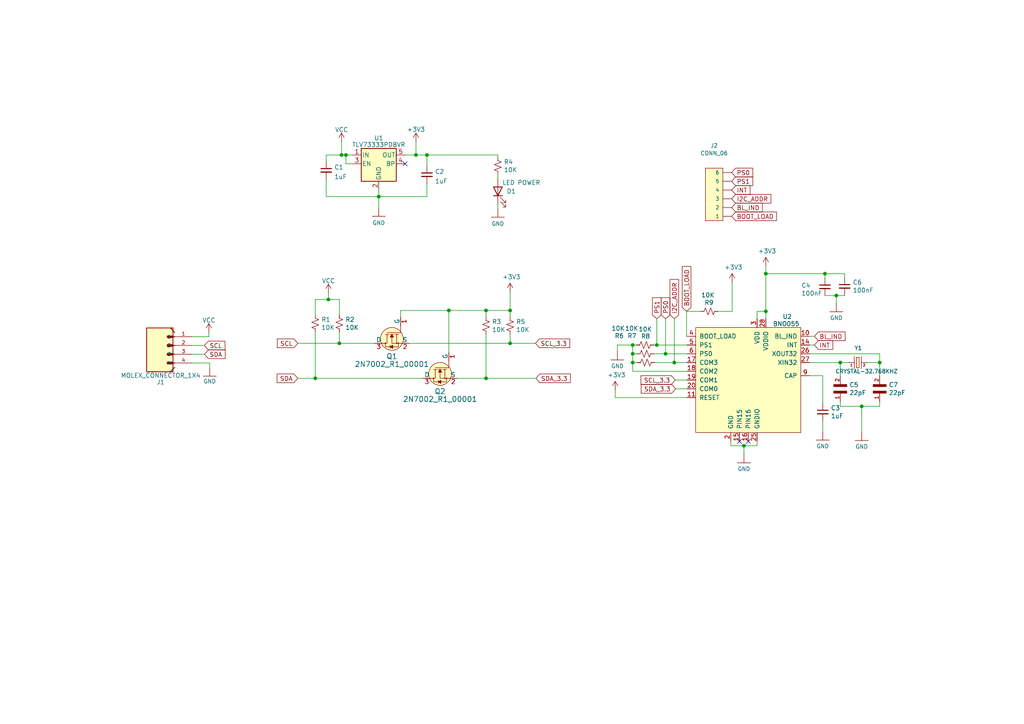
<source format=kicad_sch>
(kicad_sch (version 20230121) (generator eeschema)
  (paper "A4")
  (title_block (title "BNO055") (company "BOARDOZA YUNUS BEKAR"))
  (lib_symbols
    (symbol "Device:C_Small" (pin_numbers hide) (pin_names (offset 0.254) hide)
      (property "Reference" "C" (at 0.254 1.778 0))
      (property "Value" "C_Small" (at 0.254 -2.032 0))
      (symbol "C_Small_0_1"
        (polyline (pts (xy -1.524 -0.508) (xy 1.524 -0.508)) (stroke (width 0.3302)))
        (polyline (pts (xy -1.524 0.508) (xy 1.524 0.508)) (stroke (width 0.3048)))
      )
      (symbol "C_Small_1_1"
        (pin passive line (at 0 2.54 270) (length 2.032) (name "~") (number "1"))
        (pin passive line (at 0 -2.54 90) (length 2.032) (name "~") (number "2"))
      )
    )
    (symbol "Device:LED" (pin_numbers hide) (pin_names (offset 1.016) hide)
      (property "Reference" "D" (at 0 2.54 0))
      (property "Value" "LED" (at 0 -2.54 0))
      (symbol "LED_0_1"
        (polyline (pts (xy -1.27 -1.27) (xy -1.27 1.27)) (stroke (width 0.254)))
        (polyline (pts (xy -1.27 0) (xy 1.27 0)))
        (polyline (pts (xy 1.27 -1.27) (xy 1.27 1.27) (xy -1.27 0) (xy 1.27 -1.27)) (stroke (width 0.254)))
        (polyline (pts (xy -3.048 -0.762) (xy -4.572 -2.286) (xy -3.81 -2.286) (xy -4.572 -2.286) (xy -4.572 -1.524)))
        (polyline (pts (xy -1.778 -0.762) (xy -3.302 -2.286) (xy -2.54 -2.286) (xy -3.302 -2.286) (xy -3.302 -1.524)))
      )
      (symbol "LED_1_1"
        (pin passive line (at -3.81 0 0) (length 2.54) (name "K") (number "1"))
        (pin passive line (at 3.81 0 180) (length 2.54) (name "A") (number "2"))
      )
    )
    (symbol "Device:R_Small_US" (pin_numbers hide) (pin_names (offset 0.254) hide)
      (property "Reference" "R" (at 0.762 0.508 0))
      (property "Value" "R_Small_US" (at 0.762 -1.016 0))
      (symbol "R_Small_US_1_1"
        (polyline (pts (xy 0 0) (xy 1.016 -0.381) (xy 0 -0.762) (xy -1.016 -1.143) (xy 0 -1.524)))
        (polyline (pts (xy 0 1.524) (xy 1.016 1.143) (xy 0 0.762) (xy -1.016 0.381) (xy 0 0)))
        (pin passive line (at 0 2.54 270) (length 1.016) (name "~") (number "1"))
        (pin passive line (at 0 -2.54 90) (length 1.016) (name "~") (number "2"))
      )
    )
    (symbol "MOLEX_22035045:22035045" (pin_names (offset 1.016))
      (property "Reference" "J" (at 0 6.35 0))
      (property "Value" "22035045" (at 0 -10.16 0))
      (symbol "22035045_0_0"
        (polyline (pts (xy 0 -6.35) (xy 1.27 -7.62)) (stroke (width 0.254)))
        (polyline (pts (xy 0 -5.08) (xy 1.905 -5.08)) (stroke (width 0.254)))
        (polyline (pts (xy 0 -2.54) (xy 1.905 -2.54)) (stroke (width 0.254)))
        (polyline (pts (xy 0 0) (xy 1.905 0)) (stroke (width 0.254)))
        (polyline (pts (xy 0 2.54) (xy 1.905 2.54)) (stroke (width 0.254)))
        (polyline (pts (xy 1.27 5.08) (xy 0 3.81)) (stroke (width 0.254)))
        (rectangle (start 0.4989 -7.62) (end 8.1189 5.08) (stroke (width 0.254)) (fill (type background)))
        (rectangle (start 0.635 -5.3975) (end 2.2225 -4.7625) (stroke (width 0.1)) (fill (type outline)))
        (rectangle (start 0.635 -2.8575) (end 2.2225 -2.2225) (stroke (width 0.1)) (fill (type outline)))
        (rectangle (start 0.635 -0.3175) (end 2.2225 0.3175) (stroke (width 0.1)) (fill (type outline)))
        (rectangle (start 0.635 2.2225) (end 2.2225 2.8575) (stroke (width 0.1)) (fill (type outline)))
        (pin passive line (at -5.08 2.54 0) (length 5.08) (name "1") (number "1"))
        (pin passive line (at -5.08 0 0) (length 5.08) (name "2") (number "2"))
        (pin passive line (at -5.08 -2.54 0) (length 5.08) (name "3") (number "3"))
        (pin passive line (at -5.08 -5.08 0) (length 5.08) (name "4") (number "4"))
      )
    )
    (symbol "Regulator_Linear:AP131-33" (pin_names (offset 0.254))
      (property "Reference" "U" (at -3.81 5.715 0))
      (property "Value" "AP131-33" (at 0 5.715 0))
      (symbol "AP131-33_0_1"
        (rectangle (start -5.08 4.445) (end 5.08 -5.08) (stroke (width 0.254)) (fill (type background)))
      )
      (symbol "AP131-33_1_1"
        (pin power_in line (at -7.62 2.54 0) (length 2.54) (name "IN") (number "1"))
        (pin power_in line (at 0 -7.62 90) (length 2.54) (name "GND") (number "2"))
        (pin input line (at -7.62 0 0) (length 2.54) (name "EN") (number "3"))
        (pin input line (at 7.62 0 180) (length 2.54) (name "BP") (number "4"))
        (pin power_out line (at 7.62 2.54 180) (length 2.54) (name "OUT") (number "5"))
      )
    )
    (symbol "SparkFun-Clocks:CRYSTAL-32.768KHZSMD-3.2X1.5" (pin_numbers hide) (pin_names (offset 1.016) hide)
      (property "Reference" "Y" (at 0 2.54 0))
      (property "Value" "SparkFun-Clocks_CRYSTAL-32.768KHZSMD-3.2X1.5" (at 0 -3.81 0))
      (property "Field4" "XTAL-13062" (at 0 6.35 0))
      (symbol "CRYSTAL-32.768KHZSMD-3.2X1.5_1_0"
        (polyline (pts (xy -2.54 0) (xy -1.016 0)))
        (polyline (pts (xy -1.016 1.778) (xy -1.016 -1.778)))
        (polyline (pts (xy 1.016 0) (xy 2.54 0)))
        (polyline (pts (xy 1.016 1.778) (xy 1.016 -1.778)))
        (text "1" (at -1.8288 -0.7874 0) (effects (font (size 0.6858 0.6858))))
        (text "2" (at 1.8542 -0.7874 0) (effects (font (size 0.6858 0.6858))))
      )
      (symbol "CRYSTAL-32.768KHZSMD-3.2X1.5_1_1"
        (polyline (pts (xy -0.381 1.524) (xy -0.381 -1.524) (xy 0.381 -1.524) (xy 0.381 1.524) (xy -0.381 1.524)) (fill (type background)))
        (pin passive line (at -2.54 0 0) (length 0) (name "1") (number "P$1"))
        (pin passive line (at 2.54 0 180) (length 0) (name "2") (number "P$2"))
      )
    )
    (symbol "SparkFun-Connectors:CONN_06LOCK" (pin_numbers hide) (pin_names (offset 1.016))
      (property "Reference" "J" (at -5.08 15.24 0))
      (property "Value" "CONN_06LOCK" (at -5.08 -3.81 0))
      (property "Field4" "XXX-00000" (at 0 19.05 0))
      (symbol "CONN_06LOCK_0_1"
        (rectangle (start 0 -1.27) (end -5.08 13.97) (fill (type background)))
      )
      (symbol "CONN_06LOCK_1_1"
        (pin passive line (at 2.54 0 180) (length 2.54) (name "1") (number "1"))
        (pin passive line (at 2.54 2.54 180) (length 2.54) (name "2") (number "2"))
        (pin passive line (at 2.54 5.08 180) (length 2.54) (name "3") (number "3"))
        (pin passive line (at 2.54 7.62 180) (length 2.54) (name "4") (number "4"))
        (pin passive line (at 2.54 10.16 180) (length 2.54) (name "5") (number "5"))
        (pin passive line (at 2.54 12.7 180) (length 2.54) (name "6") (number "6"))
      )
    )
    (symbol "SparkFun-PowerSymbols:GND" (power) (pin_numbers hide) (pin_names (offset 1.016) hide)
      (property "Value" "GND" (at -1.778 -5.08 0))
      (symbol "GND_1_0"
        (polyline (pts (xy -1.905 -2.54) (xy 1.905 -2.54)))
        (polyline (pts (xy 0 0) (xy 0 -2.54)))
      )
      (symbol "GND_1_1"
        (pin power_in line (at 0 0 270) (length 0) hide (name "GND") (number "~"))
      )
    )
    (symbol "dk_Motion-Sensors-IMUs-Inertial-Measurement-Units:BNO055" (pin_names (offset 1.016))
      (property "Reference" "U" (at -15.24 13.97 0))
      (property "Value" "BNO055" (at -1.27 -1.27 90))
      (symbol "BNO055_0_1"
        (rectangle (start -15.24 12.7) (end 15.24 -17.78) (fill (type background)))
      )
      (symbol "BNO055_1_1"
        (pin no_connect line (at -15.24 -10.16 0) (length 2.54) hide (name "PIN1") (number "1"))
        (pin output line (at 17.78 10.16 180) (length 2.54) (name "BL_IND") (number "10"))
        (pin input line (at -17.78 -7.62 0) (length 2.54) (name "RESET") (number "11"))
        (pin no_connect line (at 15.24 -16.51 180) (length 2.54) hide (name "PIN12") (number "12"))
        (pin no_connect line (at 15.24 -13.97 180) (length 2.54) hide (name "PIN13") (number "13"))
        (pin output line (at 17.78 7.62 180) (length 2.54) (name "INT") (number "14"))
        (pin power_in line (at -2.54 -20.32 90) (length 2.54) (name "PIN15") (number "15"))
        (pin power_in line (at 0 -20.32 90) (length 2.54) (name "PIN16") (number "16"))
        (pin input line (at -17.78 2.54 0) (length 2.54) (name "COM3") (number "17"))
        (pin input line (at -17.78 0 0) (length 2.54) (name "COM2") (number "18"))
        (pin input line (at -17.78 -2.54 0) (length 2.54) (name "COM1") (number "19"))
        (pin power_in line (at -5.08 -20.32 90) (length 2.54) (name "GND") (number "2"))
        (pin input line (at -17.78 -5.08 0) (length 2.54) (name "COM0") (number "20"))
        (pin no_connect line (at 15.24 -11.43 180) (length 2.54) hide (name "PIN21") (number "21"))
        (pin no_connect line (at 15.24 -8.89 180) (length 2.54) hide (name "PIN22") (number "22"))
        (pin no_connect line (at 15.24 -6.35 180) (length 2.54) hide (name "PIN23") (number "23"))
        (pin no_connect line (at 15.24 -3.81 180) (length 2.54) hide (name "PIN24") (number "24"))
        (pin power_in line (at 2.54 -20.32 90) (length 2.54) (name "GNDIO") (number "25"))
        (pin output line (at 17.78 5.08 180) (length 2.54) (name "XOUT32") (number "26"))
        (pin input line (at 17.78 2.54 180) (length 2.54) (name "XIN32") (number "27"))
        (pin power_in line (at 5.08 15.24 270) (length 2.54) (name "VDDIO") (number "28"))
        (pin power_in line (at 2.54 15.24 270) (length 2.54) (name "VDD") (number "3"))
        (pin input line (at -17.78 10.16 0) (length 2.54) (name "BOOT_LOAD") (number "4"))
        (pin input line (at -17.78 7.62 0) (length 2.54) (name "PS1") (number "5"))
        (pin input line (at -17.78 5.08 0) (length 2.54) (name "PS0") (number "6"))
        (pin no_connect line (at -15.24 -12.7 0) (length 2.54) hide (name "PIN7") (number "7"))
        (pin no_connect line (at -15.24 -15.24 0) (length 2.54) hide (name "PIN8") (number "8"))
        (pin passive line (at 17.78 -1.27 180) (length 2.54) (name "CAP") (number "9"))
      )
    )
    (symbol "dk_Transistors-FETs-MOSFETs-Single:2N7002-7-F" (pin_names (offset 0))
      (property "Reference" "Q" (at -2.6924 3.6322 0))
      (property "Value" "2N7002-7-F" (at 3.4544 0 90))
      (symbol "2N7002-7-F_0_1"
        (circle (center -1.27 0) (radius 3.302) (fill (type background)))
        (circle (center 0 -1.905) (radius 0.127))
        (circle (center 0 -1.397) (radius 0.127))
        (polyline (pts (xy 0 -1.397) (xy -2.54 -1.397)))
        (polyline (pts (xy -5.08 -2.54) (xy -3.048 -2.54) (xy -3.048 1.397)))
        (polyline (pts (xy 0 -2.54) (xy 0 0) (xy -2.54 0)))
        (polyline (pts (xy 0 2.54) (xy 0 1.397) (xy -2.54 1.397)))
        (polyline (pts (xy -0.127 -1.905) (xy 1.016 -1.905) (xy 1.016 1.397) (xy 1.016 1.905) (xy -0.127 1.905)))
        (circle (center 0 1.905) (radius 0.127))
      )
      (symbol "2N7002-7-F_1_1"
        (polyline (pts (xy -2.54 -1.397) (xy -2.54 -1.905)))
        (polyline (pts (xy -2.54 -1.397) (xy -2.54 -0.889)))
        (polyline (pts (xy -2.54 0) (xy -2.54 -0.508)))
        (polyline (pts (xy -2.54 0) (xy -2.54 0.508)))
        (polyline (pts (xy -2.54 1.905) (xy -2.54 0.889)))
        (polyline (pts (xy 1.524 0.508) (xy 0.508 0.508)))
        (polyline (pts (xy -2.54 0) (xy -1.778 0.508) (xy -1.778 -0.508) (xy -2.54 0)) (fill (type outline)))
        (polyline (pts (xy 1.016 0.508) (xy 0.508 -0.254) (xy 1.524 -0.254) (xy 1.016 0.508)) (fill (type outline)))
        (pin bidirectional line (at -7.62 -2.54 0) (length 2.54) (name "G") (number "1"))
        (pin bidirectional line (at 0 -5.08 90) (length 2.54) (name "S") (number "2"))
        (pin bidirectional line (at 0 5.08 270) (length 2.54) (name "D") (number "3"))
      )
    )
    (symbol "power:+3V3" (power) (pin_names (offset 0))
      (property "Value" "+3V3" (at 0 3.556 0))
      (symbol "+3V3_0_1"
        (polyline (pts (xy -0.762 1.27) (xy 0 2.54)))
        (polyline (pts (xy 0 0) (xy 0 2.54)))
        (polyline (pts (xy 0 2.54) (xy 0.762 1.27)))
      )
      (symbol "+3V3_1_1"
        (pin power_in line (at 0 0 90) (length 0) hide (name "+3V3") (number "1"))
      )
    )
    (symbol "power:VCC" (power) (pin_names (offset 0))
      (property "Value" "VCC" (at 0 3.81 0))
      (symbol "VCC_0_1"
        (polyline (pts (xy -0.762 1.27) (xy 0 2.54)))
        (polyline (pts (xy 0 0) (xy 0 2.54)))
        (polyline (pts (xy 0 2.54) (xy 0.762 1.27)))
      )
      (symbol "VCC_1_1"
        (pin power_in line (at 0 0 90) (length 0) hide (name "VCC") (number "1"))
      )
    )
    (symbol "roket-rescue:Cap-805_cap" (pin_names (offset 1.016) hide)
      (property "Reference" "C" (at 0 3.81 0))
      (property "Value" "Cap-805_cap" (at 0 -5.08 0))
      (symbol "Cap-805_cap_0_0"
        (rectangle (start 0 -1.905) (end 0.635 1.905) (fill (type outline)))
        (rectangle (start 1.905 -1.905) (end 2.54 1.905) (fill (type outline)))
        (pin passive line (at 5.08 0 180) (length 2.54) (name "~") (number "1"))
        (pin passive line (at -2.54 0 0) (length 2.54) (name "~") (number "2"))
      )
    )
  )
  (junction (at 130.175 90.043))
  (junction (at 120.65 44.958))
  (junction (at 91.44 109.728))
  (junction (at 95.25 86.868))
  (junction (at 215.773 129.286))
  (junction (at 243.713 105.156))
  (junction (at 147.955 90.043))
  (junction (at 183.515 102.616))
  (junction (at 249.936 117.856))
  (junction (at 183.515 100.076))
  (junction (at 109.855 57.023))
  (junction (at 195.58 105.156))
  (junction (at 242.57 85.725))
  (junction (at 147.955 99.568))
  (junction (at 239.268 79.375))
  (junction (at 193.04 102.616))
  (junction (at 222.123 90.297))
  (junction (at 140.97 109.728))
  (junction (at 99.06 44.958))
  (junction (at 123.825 44.958))
  (junction (at 183.515 105.156))
  (junction (at 255.143 105.156))
  (junction (at 98.425 99.568))
  (junction (at 100.33 44.958))
  (junction (at 190.5 100.076))
  (junction (at 140.97 90.043))
  (junction (at 222.123 79.375))
  (no_connect (at 117.475 47.498))
  (no_connect (at 217.043 128.016))
  (no_connect (at 214.503 128.016))
  (wire (pts (xy 184.785 105.156) (xy 183.515 105.156)))
  (wire (pts (xy 212.344 90.297) (xy 208.28 90.297)))
  (wire (pts (xy 239.268 79.375) (xy 244.983 79.375)))
  (wire (pts (xy 222.123 77.216) (xy 222.123 79.375)))
  (wire (pts (xy 140.97 90.043) (xy 140.97 91.948)))
  (wire (pts (xy 183.515 105.156) (xy 183.515 107.696)))
  (wire (pts (xy 109.855 57.023) (xy 123.825 57.023)))
  (wire (pts (xy 215.773 129.286) (xy 219.583 129.286)))
  (wire (pts (xy 91.44 109.728) (xy 122.555 109.728)))
  (wire (pts (xy 100.33 44.958) (xy 102.235 44.958)))
  (wire (pts (xy 234.823 102.616) (xy 255.143 102.616)))
  (wire (pts (xy 130.175 90.043) (xy 140.97 90.043)))
  (wire (pts (xy 130.175 90.043) (xy 130.175 102.108)))
  (wire (pts (xy 183.515 100.076) (xy 179.07 100.076)))
  (wire (pts (xy 55.753 97.663) (xy 60.579 97.663)))
  (wire (pts (xy 140.97 97.028) (xy 140.97 109.728)))
  (wire (pts (xy 195.58 105.156) (xy 199.263 105.156)))
  (wire (pts (xy 120.65 41.148) (xy 120.65 44.958)))
  (wire (pts (xy 236.22 97.536) (xy 234.823 97.536)))
  (wire (pts (xy 140.97 109.728) (xy 155.448 109.728)))
  (wire (pts (xy 189.611 100.076) (xy 190.5 100.076)))
  (wire (pts (xy 244.983 79.375) (xy 244.983 80.518)))
  (wire (pts (xy 123.825 53.213) (xy 123.825 57.023)))
  (wire (pts (xy 178.435 115.316) (xy 178.435 113.157)))
  (wire (pts (xy 195.58 92.456) (xy 195.58 105.156)))
  (wire (pts (xy 184.658 102.616) (xy 183.515 102.616)))
  (wire (pts (xy 95.25 84.963) (xy 95.25 86.868)))
  (wire (pts (xy 222.123 79.375) (xy 222.123 90.297)))
  (wire (pts (xy 144.399 59.309) (xy 144.399 60.452)))
  (wire (pts (xy 212.344 81.915) (xy 212.344 90.297)))
  (wire (pts (xy 118.745 99.568) (xy 147.955 99.568)))
  (wire (pts (xy 147.955 90.043) (xy 147.955 91.948)))
  (wire (pts (xy 55.753 102.743) (xy 59.309 102.743)))
  (wire (pts (xy 120.65 44.958) (xy 117.475 44.958)))
  (wire (pts (xy 215.773 129.286) (xy 215.773 131.699)))
  (wire (pts (xy 98.425 91.313) (xy 98.425 86.868)))
  (wire (pts (xy 55.753 100.203) (xy 59.309 100.203)))
  (wire (pts (xy 195.834 110.236) (xy 199.263 110.236)))
  (wire (pts (xy 234.823 108.966) (xy 238.633 108.966)))
  (wire (pts (xy 120.65 44.958) (xy 123.825 44.958)))
  (wire (pts (xy 242.57 85.725) (xy 244.983 85.725)))
  (wire (pts (xy 55.753 105.283) (xy 60.833 105.283)))
  (wire (pts (xy 183.515 100.076) (xy 184.531 100.076)))
  (wire (pts (xy 236.22 100.076) (xy 234.823 100.076)))
  (wire (pts (xy 238.633 108.966) (xy 238.633 116.967)))
  (wire (pts (xy 144.399 45.593) (xy 144.399 44.958)))
  (wire (pts (xy 234.823 105.156) (xy 243.713 105.156)))
  (wire (pts (xy 155.321 99.568) (xy 147.955 99.568)))
  (wire (pts (xy 91.44 86.868) (xy 95.25 86.868)))
  (wire (pts (xy 102.235 47.498) (xy 100.33 47.498)))
  (wire (pts (xy 147.955 99.568) (xy 147.955 97.028)))
  (wire (pts (xy 98.425 86.868) (xy 95.25 86.868)))
  (wire (pts (xy 211.963 129.286) (xy 215.773 129.286)))
  (wire (pts (xy 190.5 100.076) (xy 199.263 100.076)))
  (wire (pts (xy 244.983 85.598) (xy 244.983 85.725)))
  (wire (pts (xy 249.936 117.856) (xy 255.143 117.856)))
  (wire (pts (xy 99.06 41.148) (xy 99.06 44.958)))
  (wire (pts (xy 144.399 44.958) (xy 123.825 44.958)))
  (wire (pts (xy 199.136 90.297) (xy 203.2 90.297)))
  (wire (pts (xy 199.136 97.536) (xy 199.263 97.536)))
  (wire (pts (xy 219.583 92.456) (xy 219.583 90.297)))
  (wire (pts (xy 98.425 96.393) (xy 98.425 99.568)))
  (wire (pts (xy 60.579 97.663) (xy 60.579 96.393)))
  (wire (pts (xy 255.143 117.856) (xy 255.143 116.586)))
  (wire (pts (xy 255.143 105.156) (xy 251.333 105.156)))
  (wire (pts (xy 243.713 105.156) (xy 243.713 108.966)))
  (wire (pts (xy 211.963 129.286) (xy 211.963 128.016)))
  (wire (pts (xy 144.399 50.673) (xy 144.399 51.689)))
  (wire (pts (xy 243.713 117.856) (xy 249.936 117.856)))
  (wire (pts (xy 123.825 48.133) (xy 123.825 44.958)))
  (wire (pts (xy 219.583 128.016) (xy 219.583 129.286)))
  (wire (pts (xy 249.936 125.222) (xy 249.936 117.856)))
  (wire (pts (xy 193.04 92.456) (xy 193.04 102.616)))
  (wire (pts (xy 255.143 105.156) (xy 255.143 102.616)))
  (wire (pts (xy 238.633 125.095) (xy 238.633 122.047)))
  (wire (pts (xy 109.855 55.118) (xy 109.855 57.023)))
  (wire (pts (xy 239.268 85.725) (xy 242.57 85.725)))
  (wire (pts (xy 193.04 102.616) (xy 199.263 102.616)))
  (wire (pts (xy 255.143 105.156) (xy 255.143 108.966)))
  (wire (pts (xy 132.715 109.728) (xy 140.97 109.728)))
  (wire (pts (xy 246.253 105.156) (xy 243.713 105.156)))
  (wire (pts (xy 94.615 57.023) (xy 94.615 51.943)))
  (wire (pts (xy 100.33 47.498) (xy 100.33 44.958)))
  (wire (pts (xy 179.07 101.854) (xy 179.07 100.076)))
  (wire (pts (xy 109.855 60.198) (xy 109.855 57.023)))
  (wire (pts (xy 60.833 106.553) (xy 60.833 105.283)))
  (wire (pts (xy 116.205 90.043) (xy 116.205 91.948)))
  (wire (pts (xy 91.44 96.393) (xy 91.44 109.728)))
  (wire (pts (xy 108.585 99.568) (xy 98.425 99.568)))
  (wire (pts (xy 183.515 102.616) (xy 183.515 105.156)))
  (wire (pts (xy 94.615 44.958) (xy 99.06 44.958)))
  (wire (pts (xy 243.713 116.586) (xy 243.713 117.856)))
  (wire (pts (xy 147.955 84.709) (xy 147.955 90.043)))
  (wire (pts (xy 94.615 46.863) (xy 94.615 44.958)))
  (wire (pts (xy 86.36 109.728) (xy 91.44 109.728)))
  (wire (pts (xy 222.123 79.375) (xy 239.268 79.375)))
  (wire (pts (xy 183.515 100.076) (xy 183.515 102.616)))
  (wire (pts (xy 189.865 105.156) (xy 195.58 105.156)))
  (wire (pts (xy 219.583 90.297) (xy 222.123 90.297)))
  (wire (pts (xy 183.515 107.696) (xy 199.263 107.696)))
  (wire (pts (xy 116.205 90.043) (xy 130.175 90.043)))
  (wire (pts (xy 195.961 112.776) (xy 199.263 112.776)))
  (wire (pts (xy 190.5 92.456) (xy 190.5 100.076)))
  (wire (pts (xy 199.263 115.316) (xy 178.435 115.316)))
  (wire (pts (xy 94.615 57.023) (xy 109.855 57.023)))
  (wire (pts (xy 98.425 99.568) (xy 86.36 99.568)))
  (wire (pts (xy 91.44 91.313) (xy 91.44 86.868)))
  (wire (pts (xy 199.136 97.536) (xy 199.136 90.297)))
  (wire (pts (xy 189.738 102.616) (xy 193.04 102.616)))
  (wire (pts (xy 222.123 92.456) (xy 222.123 90.297)))
  (wire (pts (xy 99.06 44.958) (xy 100.33 44.958)))
  (wire (pts (xy 242.57 85.725) (xy 242.57 87.884)))
  (wire (pts (xy 239.268 79.375) (xy 239.268 80.645)))
  (wire (pts (xy 140.97 90.043) (xy 147.955 90.043)))
  (global_label "BOOT_LOAD" (shape input) (at 212.217 62.738 0) (property "Intersheetrefs" "${INTERSHEET_REFS}" (effects hide)))
  (global_label "PS1" (shape input) (at 212.217 52.578 0) (property "Intersheetrefs" "${INTERSHEET_REFS}" (effects hide)))
  (global_label "PS0" (shape input) (at 212.217 50.038 0) (property "Intersheetrefs" "${INTERSHEET_REFS}" (effects hide)))
  (global_label "SCL" (shape input) (at 86.36 99.568 180) (property "Intersheetrefs" "${INTERSHEET_REFS}" (effects hide)))
  (global_label "BL_IND" (shape input) (at 236.22 97.536 0) (property "Intersheetrefs" "${INTERSHEET_REFS}" (effects hide)))
  (global_label "BOOT_LOAD" (shape input) (at 199.136 90.297 90) (property "Intersheetrefs" "${INTERSHEET_REFS}" (effects hide)))
  (global_label "SCL" (shape input) (at 59.309 100.203 0) (property "Intersheetrefs" "${INTERSHEET_REFS}" (effects hide)))
  (global_label "BL_IND" (shape input) (at 212.217 60.198 0) (property "Intersheetrefs" "${INTERSHEET_REFS}" (effects hide)))
  (global_label "SDA" (shape input) (at 86.36 109.728 180) (property "Intersheetrefs" "${INTERSHEET_REFS}" (effects hide)))
  (global_label "I2C_ADDR" (shape input) (at 195.58 92.456 90) (property "Intersheetrefs" "${INTERSHEET_REFS}" (effects hide)))
  (global_label "SDA_3.3" (shape input) (at 195.961 112.776 180) (property "Intersheetrefs" "${INTERSHEET_REFS}" (effects hide)))
  (global_label "PS1" (shape input) (at 190.5 92.456 90) (property "Intersheetrefs" "${INTERSHEET_REFS}" (effects hide)))
  (global_label "SCL_3.3" (shape input) (at 155.321 99.568 0) (property "Intersheetrefs" "${INTERSHEET_REFS}" (effects hide)))
  (global_label "PS0" (shape input) (at 193.04 92.456 90) (property "Intersheetrefs" "${INTERSHEET_REFS}" (effects hide)))
  (global_label "INT" (shape input) (at 236.22 100.076 0) (property "Intersheetrefs" "${INTERSHEET_REFS}" (effects hide)))
  (global_label "SDA_3.3" (shape input) (at 155.448 109.728 0) (property "Intersheetrefs" "${INTERSHEET_REFS}" (effects hide)))
  (global_label "SDA" (shape input) (at 59.309 102.743 0) (property "Intersheetrefs" "${INTERSHEET_REFS}" (effects hide)))
  (global_label "SCL_3.3" (shape input) (at 195.834 110.236 180) (property "Intersheetrefs" "${INTERSHEET_REFS}" (effects hide)))
  (global_label "I2C_ADDR" (shape input) (at 212.217 57.658 0) (property "Intersheetrefs" "${INTERSHEET_REFS}" (effects hide)))
  (global_label "INT" (shape input) (at 212.217 55.118 0) (property "Intersheetrefs" "${INTERSHEET_REFS}" (effects hide)))
  (symbol (lib_id "power:+3V3") (at 178.435 113.157 0) (unit 1)
    (property "Reference" "#PWR06" (effects hide))
    (property "Value" "+3V3" (at 178.816 108.7628 0))
  )
  (symbol (lib_id "SparkFun-PowerSymbols:GND") (at 242.57 87.884 0) (unit 1)
    (property "Reference" "#GND07" (effects hide))
    (property "Value" "GND" (at 242.57 92.202 0) (effects (font (size 1.143 1.143))))
  )
  (symbol (lib_id "SparkFun-PowerSymbols:GND") (at 249.936 125.222 0) (unit 1)
    (property "Reference" "#GND08" (effects hide))
    (property "Value" "GND" (at 249.936 129.54 0) (effects (font (size 1.143 1.143))))
  )
  (symbol (lib_id "power:+3V3") (at 222.123 77.216 0) (unit 1)
    (property "Reference" "#PWR08" (effects hide))
    (property "Value" "+3V3" (at 222.504 72.8218 0))
  )
  (symbol (lib_id "SparkFun-PowerSymbols:GND") (at 179.07 101.854 0) (unit 1)
    (property "Reference" "#GND04" (effects hide))
    (property "Value" "GND" (at 179.07 106.172 0) (effects (font (size 1.143 1.143))))
  )
  (symbol (lib_id "power:VCC") (at 60.579 96.393 0) (unit 1)
    (property "Reference" "#PWR01" (effects hide))
    (property "Value" "VCC" (at 60.579 92.8911 0))
  )
  (symbol (lib_id "Device:C_Small") (at 238.633 119.507 0) (unit 1)
    (property "Reference" "C3" (at 240.9698 118.3386 0) (effects (justify left)))
    (property "Value" "1uF" (at 240.9698 120.65 0) (effects (justify left)))
    (property "Footprint" "Capacitor_SMD:C_0603_1608Metric" (effects hide))
  )
  (symbol (lib_id "Regulator_Linear:AP131-33") (at 109.855 47.498 0) (unit 1)
    (property "Reference" "U1" (at 109.855 40.0431 0))
    (property "Value" "TLV73333PDBVR" (at 109.855 41.9641 0))
    (property "Footprint" "Package_TO_SOT_SMD:SOT-23-5" (effects hide))
    (property "Datasheet" "chrome-extension://efaidnbmnnnibpcajpcglclefindmkaj/https://cdn.ozdisan.com/ETicaret_Dosya/532538_6351362.pdf" (effects hide))
  )
  (symbol (lib_id "Device:R_Small_US") (at 187.198 102.616 90) (unit 1)
    (property "Reference" "R7" (at 184.658 97.409 90) (effects (justify left)))
    (property "Value" "10K" (at 185.166 95.25 90) (effects (justify left)))
    (property "Footprint" "Resistor_SMD:R_0603_1608Metric" (effects hide))
  )
  (symbol (lib_id "roket-rescue:Cap-805_cap") (at 255.143 111.506 270) (unit 1)
    (property "Reference" "C7" (at 257.7592 111.6076 90) (effects (justify left)))
    (property "Value" "22pF" (at 257.7592 113.919 90) (effects (justify left)))
    (property "Footprint" "Capacitor_SMD:C_0805_2012Metric" (effects hide))
  )
  (symbol (lib_id "Device:R_Small_US") (at 187.325 105.156 90) (unit 1)
    (property "Reference" "R8" (at 188.595 97.536 90) (effects (justify left)))
    (property "Value" "10K" (at 189.103 95.504 90) (effects (justify left)))
    (property "Footprint" "Resistor_SMD:R_0603_1608Metric" (effects hide))
  )
  (symbol (lib_id "Device:C_Small") (at 239.268 83.185 0) (unit 1)
    (property "Reference" "C4" (at 232.41 82.7786 0) (effects (justify left)))
    (property "Value" "100nF" (at 232.41 85.09 0) (effects (justify left)))
    (property "Footprint" "Capacitor_SMD:C_0603_1608Metric" (effects hide))
  )
  (symbol (lib_id "power:+3V3") (at 212.344 81.915 0) (unit 1)
    (property "Reference" "#PWR07" (effects hide))
    (property "Value" "+3V3" (at 212.725 77.5208 0))
  )
  (symbol (lib_id "Device:R_Small_US") (at 144.399 48.133 0) (unit 1)
    (property "Reference" "R4" (at 146.1262 46.9646 0) (effects (justify left)))
    (property "Value" "10K" (at 146.1262 49.276 0) (effects (justify left)))
    (property "Footprint" "Resistor_SMD:R_0603_1608Metric" (effects hide))
  )
  (symbol (lib_id "Device:R_Small_US") (at 91.44 93.853 0) (unit 1)
    (property "Reference" "R1" (at 93.1672 92.6846 0) (effects (justify left)))
    (property "Value" "10K" (at 93.1672 94.996 0) (effects (justify left)))
    (property "Footprint" "Resistor_SMD:R_0603_1608Metric" (effects hide))
  )
  (symbol (lib_id "Device:C_Small") (at 123.825 50.673 0) (unit 1)
    (property "Reference" "C2" (at 126.1491 49.7708 0) (effects (justify left)))
    (property "Value" "1uF" (at 126.1491 52.5459 0) (effects (justify left)))
    (property "Footprint" "Capacitor_SMD:C_0603_1608Metric" (effects hide))
  )
  (symbol (lib_id "dk_Transistors-FETs-MOSFETs-Single:2N7002-7-F") (at 127.635 109.728 90) (mirror x) (unit 1)
    (property "Reference" "Q2" (at 127.635 113.5221 90) (effects (font (size 1.524 1.524))))
    (property "Value" "2N7002_R1_00001" (at 127.635 115.7763 90) (effects (font (size 1.524 1.524))))
    (property "Footprint" "digikey-footprints:SOT-23-3" (effects hide))
    (property "Datasheet" "https://www.diodes.com/assets/Datasheets/ds11303.pdf" (effects hide))
    (property "Digi-Key_PN" "2N7002-FDICT-ND" (effects hide))
    (property "MPN" "2N7002-7-F" (effects hide))
    (property "Category" "Discrete Semiconductor Products" (effects hide))
    (property "Family" "Transistors - FETs, MOSFETs - Single" (effects hide))
    (property "DK_Datasheet_Link" "https://www.diodes.com/assets/Datasheets/ds11303.pdf" (effects hide))
    (property "DK_Detail_Page" "/product-detail/en/diodes-incorporated/2N7002-7-F/2N7002-FDICT-ND/717800" (effects hide))
    (property "Description" "MOSFET N-CH 60V 115MA SOT23-3" (effects hide))
    (property "Manufacturer" "Diodes Incorporated" (effects hide))
    (property "Status" "Active" (effects hide))
  )
  (symbol (lib_id "dk_Motion-Sensors-IMUs-Inertial-Measurement-Units:BNO055") (at 217.043 107.696 0) (unit 1)
    (property "Reference" "U2" (at 226.949 91.821 0) (effects (justify left)))
    (property "Value" "BNO055" (at 224.1424 93.9316 0) (effects (justify left)))
    (property "Footprint" "digikey-footprints:LGA-28_5.2x3.8mm_BNO0055" (effects hide))
    (property "Datasheet" "https://ae-bst.resource.bosch.com/media/_tech/media/datasheets/BST-BNO055-DS000.pdf" (effects hide))
    (property "Digi-Key_PN" "828-1058-1-ND" (effects hide))
    (property "MPN" "BNO055" (effects hide))
    (property "Category" "Sensors, Transducers" (effects hide))
    (property "Family" "Motion Sensors - IMUs (Inertial Measurement Units)" (effects hide))
    (property "DK_Datasheet_Link" "https://ae-bst.resource.bosch.com/media/_tech/media/datasheets/BST-BNO055-DS000.pdf" (effects hide))
    (property "DK_Detail_Page" "/product-detail/en/bosch-sensortec/BNO055/828-1058-1-ND/6136309" (effects hide))
    (property "Description" "IMU ACCEL/GYRO/MAG I2C 28LGA" (effects hide))
    (property "Manufacturer" "Bosch Sensortec" (effects hide))
    (property "Status" "Active" (effects hide))
  )
  (symbol (lib_id "power:VCC") (at 99.06 41.148 0) (unit 1)
    (property "Reference" "#PWR03" (effects hide))
    (property "Value" "VCC" (at 99.06 37.6461 0))
  )
  (symbol (lib_id "power:VCC") (at 95.25 84.963 0) (unit 1)
    (property "Reference" "#PWR02" (effects hide))
    (property "Value" "VCC" (at 95.25 81.4611 0))
  )
  (symbol (lib_id "Device:C_Small") (at 244.983 83.058 0) (unit 1)
    (property "Reference" "C6" (at 247.3198 81.8896 0) (effects (justify left)))
    (property "Value" "100nF" (at 247.3198 84.201 0) (effects (justify left)))
    (property "Footprint" "Capacitor_SMD:C_0603_1608Metric" (effects hide))
  )
  (symbol (lib_id "MOLEX_22035045:22035045") (at 50.673 100.203 0) (mirror y) (unit 1)
    (property "Reference" "J1" (at 46.6135 110.8329 0))
    (property "Value" "MOLEX_CONNECTOR_1X4" (at 46.6135 108.9119 0))
    (property "Footprint" "others:2317-04S_1x04_P2.50mm_Vertical" (effects hide))
    (property "MF" "Molex" (effects hide))
    (property "MAXIMUM_PACKAGE_HEIGHT" "5.9 mm" (effects hide))
    (property "Package" "None" (effects hide))
    (property "Price" "None" (effects hide))
    (property "Check_prices" "https://www.snapeda.com/parts/22035045/Molex/view-part/?ref=eda" (effects hide))
    (property "STANDARD" "Manufacturer Recommendations" (effects hide))
    (property "PARTREV" "A" (effects hide))
    (property "SnapEDA_Link" "https://www.snapeda.com/parts/22035045/Molex/view-part/?ref=snap" (effects hide))
    (property "MP" "22035045" (effects hide))
    (property "Description" "\nConnector Header Through Hole 4 position 0.098 (2.50mm)\n" (effects hide))
    (property "Availability" "In Stock" (effects hide))
    (property "MANUFACTURER" "Molex" (effects hide))
  )
  (symbol (lib_id "SparkFun-Connectors:CONN_06LOCK") (at 209.677 62.738 0) (unit 1)
    (property "Reference" "J2" (at 207.137 42.2242 0) (effects (font (size 1.143 1.143))))
    (property "Value" "CONN_06" (at 207.137 44.4442 0) (effects (font (size 1.143 1.143))))
    (property "Footprint" "Connectors:1X06" (effects hide))
  )
  (symbol (lib_id "Device:R_Small_US") (at 140.97 94.488 0) (unit 1)
    (property "Reference" "R3" (at 142.6972 93.3196 0) (effects (justify left)))
    (property "Value" "10K" (at 142.6972 95.631 0) (effects (justify left)))
    (property "Footprint" "Resistor_SMD:R_0603_1608Metric" (effects hide))
  )
  (symbol (lib_id "roket-rescue:Cap-805_cap") (at 243.713 111.506 270) (unit 1)
    (property "Reference" "C5" (at 246.3292 111.6076 90) (effects (justify left)))
    (property "Value" "22pF" (at 246.3292 113.919 90) (effects (justify left)))
    (property "Footprint" "Capacitor_SMD:C_0805_2012Metric" (effects hide))
  )
  (symbol (lib_id "Device:R_Small_US") (at 147.955 94.488 0) (unit 1)
    (property "Reference" "R5" (at 149.6822 93.3196 0) (effects (justify left)))
    (property "Value" "10K" (at 149.6822 95.631 0) (effects (justify left)))
    (property "Footprint" "Resistor_SMD:R_0603_1608Metric" (effects hide))
  )
  (symbol (lib_id "Device:C_Small") (at 94.615 49.403 0) (unit 1)
    (property "Reference" "C1" (at 96.9391 48.5008 0) (effects (justify left)))
    (property "Value" "1uF" (at 96.9391 51.2759 0) (effects (justify left)))
    (property "Footprint" "Capacitor_SMD:C_0603_1608Metric" (effects hide))
  )
  (symbol (lib_id "Device:R_Small_US") (at 98.425 93.853 0) (unit 1)
    (property "Reference" "R2" (at 100.1522 92.6846 0) (effects (justify left)))
    (property "Value" "10K" (at 100.1522 94.996 0) (effects (justify left)))
    (property "Footprint" "Resistor_SMD:R_0603_1608Metric" (effects hide))
  )
  (symbol (lib_id "power:+3V3") (at 147.955 84.709 0) (unit 1)
    (property "Reference" "#PWR05" (effects hide))
    (property "Value" "+3V3" (at 148.336 80.3148 0))
  )
  (symbol (lib_id "SparkFun-Clocks:CRYSTAL-32.768KHZSMD-3.2X1.5") (at 248.793 105.156 0) (unit 1)
    (property "Reference" "Y1" (at 248.92 100.965 0) (effects (font (size 1.143 1.143))))
    (property "Value" "CRYSTAL-32.768KHZ" (at 251.333 107.696 0) (effects (font (size 1.143 1.143))))
    (property "Footprint" "CRYSTAL-SMD-3.2X1.5MM" (effects hide))
    (property "Field4" "XTAL-13062" (effects hide))
  )
  (symbol (lib_id "Device:LED") (at 144.399 55.499 90) (unit 1)
    (property "Reference" "D1" (at 146.939 55.499 90) (effects (justify right)))
    (property "Value" "LED POWER" (at 145.669 52.959 90) (effects (justify right)))
    (property "Footprint" "LED_SMD:LED_0603_1608Metric" (effects hide))
  )
  (symbol (lib_id "SparkFun-PowerSymbols:GND") (at 109.855 60.198 0) (unit 1)
    (property "Reference" "#GND02" (effects hide))
    (property "Value" "GND" (at 109.855 64.6344 0) (effects (font (size 1.143 1.143))))
  )
  (symbol (lib_id "dk_Transistors-FETs-MOSFETs-Single:2N7002-7-F") (at 113.665 99.568 90) (mirror x) (unit 1)
    (property "Reference" "Q1" (at 113.665 103.3621 90) (effects (font (size 1.524 1.524))))
    (property "Value" "2N7002_R1_00001" (at 113.665 105.6163 90) (effects (font (size 1.524 1.524))))
    (property "Footprint" "digikey-footprints:SOT-23-3" (effects hide))
    (property "Datasheet" "https://www.diodes.com/assets/Datasheets/ds11303.pdf" (effects hide))
    (property "Digi-Key_PN" "2N7002-FDICT-ND" (effects hide))
    (property "MPN" "2N7002-7-F" (effects hide))
    (property "Category" "Discrete Semiconductor Products" (effects hide))
    (property "Family" "Transistors - FETs, MOSFETs - Single" (effects hide))
    (property "DK_Datasheet_Link" "https://www.diodes.com/assets/Datasheets/ds11303.pdf" (effects hide))
    (property "DK_Detail_Page" "/product-detail/en/diodes-incorporated/2N7002-7-F/2N7002-FDICT-ND/717800" (effects hide))
    (property "Description" "MOSFET N-CH 60V 115MA SOT23-3" (effects hide))
    (property "Manufacturer" "Diodes Incorporated" (effects hide))
    (property "Status" "Active" (effects hide))
  )
  (symbol (lib_id "power:+3V3") (at 120.65 41.148 0) (unit 1)
    (property "Reference" "#PWR04" (effects hide))
    (property "Value" "+3V3" (at 120.65 37.5435 0))
  )
  (symbol (lib_id "Device:R_Small_US") (at 187.071 100.076 90) (unit 1)
    (property "Reference" "R6" (at 180.975 97.409 90) (effects (justify left)))
    (property "Value" "10K" (at 181.229 95.25 90) (effects (justify left)))
    (property "Footprint" "Resistor_SMD:R_0603_1608Metric" (effects hide))
  )
  (symbol (lib_id "SparkFun-PowerSymbols:GND") (at 60.833 106.553 0) (unit 1)
    (property "Reference" "#GND01" (effects hide))
    (property "Value" "GND" (at 60.833 110.6051 0) (effects (font (size 1.143 1.143))))
  )
  (symbol (lib_id "SparkFun-PowerSymbols:GND") (at 215.773 131.699 0) (unit 1)
    (property "Reference" "#GND05" (effects hide))
    (property "Value" "GND" (at 215.773 136.017 0) (effects (font (size 1.143 1.143))))
  )
  (symbol (lib_id "SparkFun-PowerSymbols:GND") (at 238.633 125.095 0) (unit 1)
    (property "Reference" "#GND06" (effects hide))
    (property "Value" "GND" (at 238.633 129.413 0) (effects (font (size 1.143 1.143))))
  )
  (symbol (lib_id "Device:R_Small_US") (at 205.74 90.297 90) (unit 1)
    (property "Reference" "R9" (at 207.01 87.757 90) (effects (justify left)))
    (property "Value" "10K" (at 207.264 85.598 90) (effects (justify left)))
    (property "Footprint" "Resistor_SMD:R_0603_1608Metric" (effects hide))
  )
  (symbol (lib_id "SparkFun-PowerSymbols:GND") (at 144.399 60.452 0) (unit 1)
    (property "Reference" "#GND03" (effects hide))
    (property "Value" "GND" (at 144.399 64.8884 0) (effects (font (size 1.143 1.143))))
  )
)
</source>
